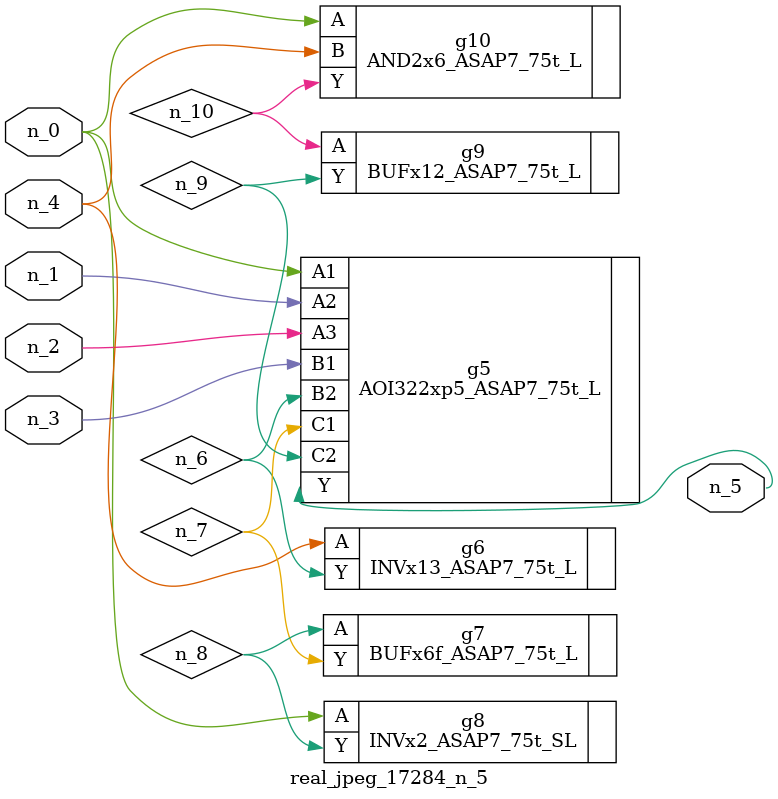
<source format=v>
module real_jpeg_17284_n_5 (n_4, n_0, n_1, n_2, n_3, n_5);

input n_4;
input n_0;
input n_1;
input n_2;
input n_3;

output n_5;

wire n_8;
wire n_6;
wire n_7;
wire n_10;
wire n_9;

AOI322xp5_ASAP7_75t_L g5 ( 
.A1(n_0),
.A2(n_1),
.A3(n_2),
.B1(n_3),
.B2(n_6),
.C1(n_7),
.C2(n_9),
.Y(n_5)
);

INVx2_ASAP7_75t_SL g8 ( 
.A(n_0),
.Y(n_8)
);

AND2x6_ASAP7_75t_L g10 ( 
.A(n_0),
.B(n_4),
.Y(n_10)
);

INVx13_ASAP7_75t_L g6 ( 
.A(n_4),
.Y(n_6)
);

BUFx6f_ASAP7_75t_L g7 ( 
.A(n_8),
.Y(n_7)
);

BUFx12_ASAP7_75t_L g9 ( 
.A(n_10),
.Y(n_9)
);


endmodule
</source>
